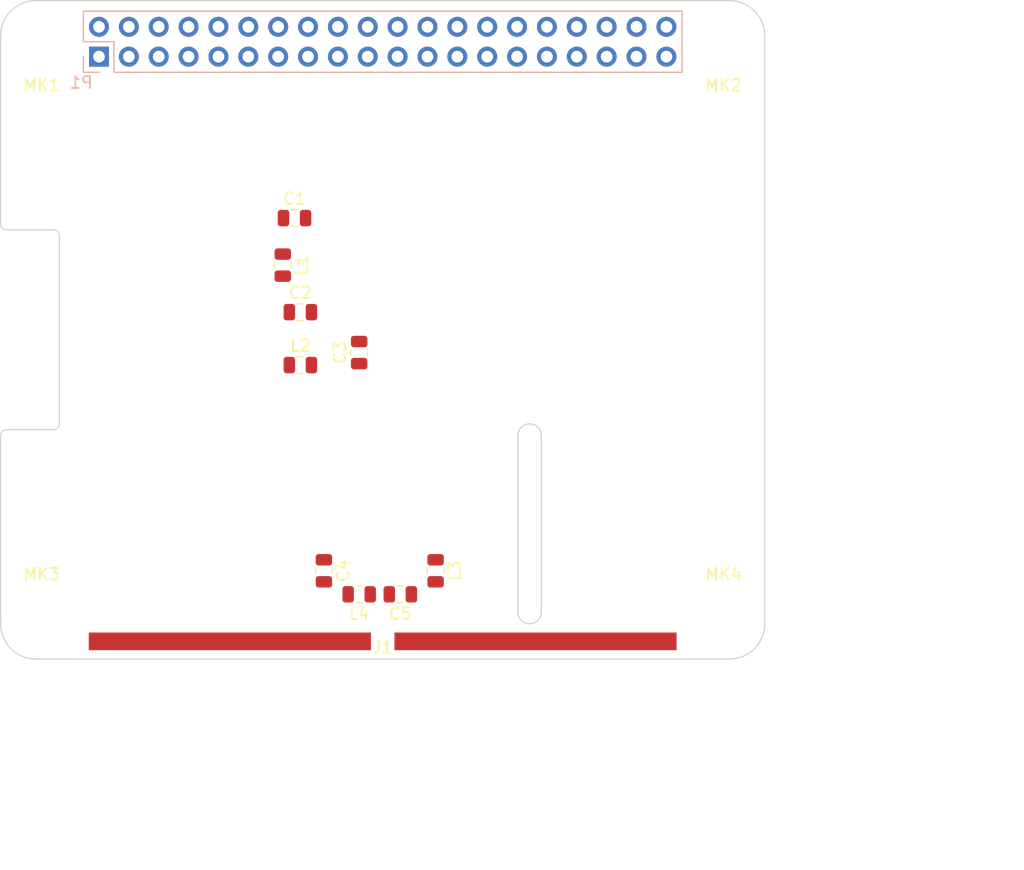
<source format=kicad_pcb>
(kicad_pcb (version 20171130) (host pcbnew 5.0.2+dfsg1-1~bpo9+1)

  (general
    (thickness 1.6)
    (drawings 39)
    (tracks 0)
    (zones 0)
    (modules 15)
    (nets 36)
  )

  (page A3)
  (title_block
    (date "15 nov 2012")
  )

  (layers
    (0 F.Cu signal)
    (31 B.Cu signal)
    (32 B.Adhes user)
    (33 F.Adhes user)
    (34 B.Paste user)
    (35 F.Paste user)
    (36 B.SilkS user)
    (37 F.SilkS user)
    (38 B.Mask user)
    (39 F.Mask user)
    (40 Dwgs.User user)
    (41 Cmts.User user)
    (42 Eco1.User user)
    (43 Eco2.User user)
    (44 Edge.Cuts user)
  )

  (setup
    (last_trace_width 0.2)
    (trace_clearance 0.2)
    (zone_clearance 0.508)
    (zone_45_only no)
    (trace_min 0.1524)
    (segment_width 0.1)
    (edge_width 0.1)
    (via_size 0.9)
    (via_drill 0.6)
    (via_min_size 0.8)
    (via_min_drill 0.5)
    (uvia_size 0.5)
    (uvia_drill 0.1)
    (uvias_allowed no)
    (uvia_min_size 0.5)
    (uvia_min_drill 0.1)
    (pcb_text_width 0.3)
    (pcb_text_size 1 1)
    (mod_edge_width 0.15)
    (mod_text_size 1 1)
    (mod_text_width 0.15)
    (pad_size 2.5 2.5)
    (pad_drill 2.5)
    (pad_to_mask_clearance 0)
    (solder_mask_min_width 0.25)
    (aux_axis_origin 200 150)
    (grid_origin 200 150)
    (visible_elements 7FFFFFFF)
    (pcbplotparams
      (layerselection 0x00030_80000001)
      (usegerberextensions true)
      (usegerberattributes false)
      (usegerberadvancedattributes false)
      (creategerberjobfile false)
      (excludeedgelayer true)
      (linewidth 0.150000)
      (plotframeref false)
      (viasonmask false)
      (mode 1)
      (useauxorigin false)
      (hpglpennumber 1)
      (hpglpenspeed 20)
      (hpglpendiameter 15.000000)
      (psnegative false)
      (psa4output false)
      (plotreference true)
      (plotvalue true)
      (plotinvisibletext false)
      (padsonsilk false)
      (subtractmaskfromsilk false)
      (outputformat 1)
      (mirror false)
      (drillshape 1)
      (scaleselection 1)
      (outputdirectory ""))
  )

  (net 0 "")
  (net 1 +3V3)
  (net 2 +5V)
  (net 3 GND)
  (net 4 /ID_SD)
  (net 5 /ID_SC)
  (net 6 /GPIO5)
  (net 7 /GPIO6)
  (net 8 /GPIO26)
  (net 9 "/GPIO2(SDA1)")
  (net 10 "/GPIO3(SCL1)")
  (net 11 "/GPIO4(GCLK)")
  (net 12 "/GPIO14(TXD0)")
  (net 13 "/GPIO15(RXD0)")
  (net 14 "/GPIO17(GEN0)")
  (net 15 "/GPIO27(GEN2)")
  (net 16 "/GPIO22(GEN3)")
  (net 17 "/GPIO23(GEN4)")
  (net 18 "/GPIO24(GEN5)")
  (net 19 "/GPIO25(GEN6)")
  (net 20 "/GPIO18(GEN1)(PWM0)")
  (net 21 "/GPIO10(SPI0_MOSI)")
  (net 22 "/GPIO9(SPI0_MISO)")
  (net 23 "/GPIO11(SPI0_SCK)")
  (net 24 "/GPIO8(SPI0_CE_N)")
  (net 25 "/GPIO7(SPI1_CE_N)")
  (net 26 "/GPIO12(PWM0)")
  (net 27 "/GPIO13(PWM1)")
  (net 28 "/GPIO19(SPI1_MISO)")
  (net 29 /GPIO16)
  (net 30 "/GPIO20(SPI1_MOSI)")
  (net 31 "/GPIO21(SPI1_SCK)")
  (net 32 "Net-(C2-Pad1)")
  (net 33 "Net-(C3-Pad1)")
  (net 34 "Net-(C4-Pad2)")
  (net 35 "Net-(C5-Pad1)")

  (net_class Default "This is the default net class."
    (clearance 0.2)
    (trace_width 0.2)
    (via_dia 0.9)
    (via_drill 0.6)
    (uvia_dia 0.5)
    (uvia_drill 0.1)
    (add_net +3V3)
    (add_net +5V)
    (add_net "/GPIO10(SPI0_MOSI)")
    (add_net "/GPIO11(SPI0_SCK)")
    (add_net "/GPIO12(PWM0)")
    (add_net "/GPIO13(PWM1)")
    (add_net "/GPIO14(TXD0)")
    (add_net "/GPIO15(RXD0)")
    (add_net /GPIO16)
    (add_net "/GPIO17(GEN0)")
    (add_net "/GPIO18(GEN1)(PWM0)")
    (add_net "/GPIO19(SPI1_MISO)")
    (add_net "/GPIO2(SDA1)")
    (add_net "/GPIO20(SPI1_MOSI)")
    (add_net "/GPIO21(SPI1_SCK)")
    (add_net "/GPIO22(GEN3)")
    (add_net "/GPIO23(GEN4)")
    (add_net "/GPIO24(GEN5)")
    (add_net "/GPIO25(GEN6)")
    (add_net /GPIO26)
    (add_net "/GPIO27(GEN2)")
    (add_net "/GPIO3(SCL1)")
    (add_net "/GPIO4(GCLK)")
    (add_net /GPIO5)
    (add_net /GPIO6)
    (add_net "/GPIO7(SPI1_CE_N)")
    (add_net "/GPIO8(SPI0_CE_N)")
    (add_net "/GPIO9(SPI0_MISO)")
    (add_net /ID_SC)
    (add_net /ID_SD)
    (add_net GND)
    (add_net "Net-(C2-Pad1)")
    (add_net "Net-(C3-Pad1)")
    (add_net "Net-(C4-Pad2)")
    (add_net "Net-(C5-Pad1)")
  )

  (net_class Power ""
    (clearance 0.2)
    (trace_width 0.5)
    (via_dia 1)
    (via_drill 0.7)
    (uvia_dia 0.5)
    (uvia_drill 0.1)
  )

  (module Connector_PinSocket_2.54mm:PinSocket_2x20_P2.54mm_Vertical (layer B.Cu) (tedit 5A19A433) (tstamp 5A793E9F)
    (at 208.37 98.77 270)
    (descr "Through hole straight socket strip, 2x20, 2.54mm pitch, double cols (from Kicad 4.0.7), script generated")
    (tags "Through hole socket strip THT 2x20 2.54mm double row")
    (path /59AD464A)
    (fp_text reference P1 (at 2.208 1.512) (layer B.SilkS)
      (effects (font (size 1 1) (thickness 0.15)) (justify mirror))
    )
    (fp_text value Conn_02x20_Odd_Even (at -1.27 -51.03 270) (layer B.Fab)
      (effects (font (size 1 1) (thickness 0.15)) (justify mirror))
    )
    (fp_line (start -3.81 1.27) (end 0.27 1.27) (layer B.Fab) (width 0.1))
    (fp_line (start 0.27 1.27) (end 1.27 0.27) (layer B.Fab) (width 0.1))
    (fp_line (start 1.27 0.27) (end 1.27 -49.53) (layer B.Fab) (width 0.1))
    (fp_line (start 1.27 -49.53) (end -3.81 -49.53) (layer B.Fab) (width 0.1))
    (fp_line (start -3.81 -49.53) (end -3.81 1.27) (layer B.Fab) (width 0.1))
    (fp_line (start -3.87 1.33) (end -1.27 1.33) (layer B.SilkS) (width 0.12))
    (fp_line (start -3.87 1.33) (end -3.87 -49.59) (layer B.SilkS) (width 0.12))
    (fp_line (start -3.87 -49.59) (end 1.33 -49.59) (layer B.SilkS) (width 0.12))
    (fp_line (start 1.33 -1.27) (end 1.33 -49.59) (layer B.SilkS) (width 0.12))
    (fp_line (start -1.27 -1.27) (end 1.33 -1.27) (layer B.SilkS) (width 0.12))
    (fp_line (start -1.27 1.33) (end -1.27 -1.27) (layer B.SilkS) (width 0.12))
    (fp_line (start 1.33 1.33) (end 1.33 0) (layer B.SilkS) (width 0.12))
    (fp_line (start 0 1.33) (end 1.33 1.33) (layer B.SilkS) (width 0.12))
    (fp_line (start -4.34 1.8) (end 1.76 1.8) (layer B.CrtYd) (width 0.05))
    (fp_line (start 1.76 1.8) (end 1.76 -50) (layer B.CrtYd) (width 0.05))
    (fp_line (start 1.76 -50) (end -4.34 -50) (layer B.CrtYd) (width 0.05))
    (fp_line (start -4.34 -50) (end -4.34 1.8) (layer B.CrtYd) (width 0.05))
    (fp_text user %R (at -1.27 -24.13 180) (layer B.Fab)
      (effects (font (size 1 1) (thickness 0.15)) (justify mirror))
    )
    (pad 1 thru_hole rect (at 0 0 270) (size 1.7 1.7) (drill 1) (layers *.Cu *.Mask)
      (net 1 +3V3))
    (pad 2 thru_hole oval (at -2.54 0 270) (size 1.7 1.7) (drill 1) (layers *.Cu *.Mask)
      (net 2 +5V))
    (pad 3 thru_hole oval (at 0 -2.54 270) (size 1.7 1.7) (drill 1) (layers *.Cu *.Mask)
      (net 9 "/GPIO2(SDA1)"))
    (pad 4 thru_hole oval (at -2.54 -2.54 270) (size 1.7 1.7) (drill 1) (layers *.Cu *.Mask)
      (net 2 +5V))
    (pad 5 thru_hole oval (at 0 -5.08 270) (size 1.7 1.7) (drill 1) (layers *.Cu *.Mask)
      (net 10 "/GPIO3(SCL1)"))
    (pad 6 thru_hole oval (at -2.54 -5.08 270) (size 1.7 1.7) (drill 1) (layers *.Cu *.Mask)
      (net 3 GND))
    (pad 7 thru_hole oval (at 0 -7.62 270) (size 1.7 1.7) (drill 1) (layers *.Cu *.Mask)
      (net 11 "/GPIO4(GCLK)"))
    (pad 8 thru_hole oval (at -2.54 -7.62 270) (size 1.7 1.7) (drill 1) (layers *.Cu *.Mask)
      (net 12 "/GPIO14(TXD0)"))
    (pad 9 thru_hole oval (at 0 -10.16 270) (size 1.7 1.7) (drill 1) (layers *.Cu *.Mask)
      (net 3 GND))
    (pad 10 thru_hole oval (at -2.54 -10.16 270) (size 1.7 1.7) (drill 1) (layers *.Cu *.Mask)
      (net 13 "/GPIO15(RXD0)"))
    (pad 11 thru_hole oval (at 0 -12.7 270) (size 1.7 1.7) (drill 1) (layers *.Cu *.Mask)
      (net 14 "/GPIO17(GEN0)"))
    (pad 12 thru_hole oval (at -2.54 -12.7 270) (size 1.7 1.7) (drill 1) (layers *.Cu *.Mask)
      (net 20 "/GPIO18(GEN1)(PWM0)"))
    (pad 13 thru_hole oval (at 0 -15.24 270) (size 1.7 1.7) (drill 1) (layers *.Cu *.Mask)
      (net 15 "/GPIO27(GEN2)"))
    (pad 14 thru_hole oval (at -2.54 -15.24 270) (size 1.7 1.7) (drill 1) (layers *.Cu *.Mask)
      (net 3 GND))
    (pad 15 thru_hole oval (at 0 -17.78 270) (size 1.7 1.7) (drill 1) (layers *.Cu *.Mask)
      (net 16 "/GPIO22(GEN3)"))
    (pad 16 thru_hole oval (at -2.54 -17.78 270) (size 1.7 1.7) (drill 1) (layers *.Cu *.Mask)
      (net 17 "/GPIO23(GEN4)"))
    (pad 17 thru_hole oval (at 0 -20.32 270) (size 1.7 1.7) (drill 1) (layers *.Cu *.Mask)
      (net 1 +3V3))
    (pad 18 thru_hole oval (at -2.54 -20.32 270) (size 1.7 1.7) (drill 1) (layers *.Cu *.Mask)
      (net 18 "/GPIO24(GEN5)"))
    (pad 19 thru_hole oval (at 0 -22.86 270) (size 1.7 1.7) (drill 1) (layers *.Cu *.Mask)
      (net 21 "/GPIO10(SPI0_MOSI)"))
    (pad 20 thru_hole oval (at -2.54 -22.86 270) (size 1.7 1.7) (drill 1) (layers *.Cu *.Mask)
      (net 3 GND))
    (pad 21 thru_hole oval (at 0 -25.4 270) (size 1.7 1.7) (drill 1) (layers *.Cu *.Mask)
      (net 22 "/GPIO9(SPI0_MISO)"))
    (pad 22 thru_hole oval (at -2.54 -25.4 270) (size 1.7 1.7) (drill 1) (layers *.Cu *.Mask)
      (net 19 "/GPIO25(GEN6)"))
    (pad 23 thru_hole oval (at 0 -27.94 270) (size 1.7 1.7) (drill 1) (layers *.Cu *.Mask)
      (net 23 "/GPIO11(SPI0_SCK)"))
    (pad 24 thru_hole oval (at -2.54 -27.94 270) (size 1.7 1.7) (drill 1) (layers *.Cu *.Mask)
      (net 24 "/GPIO8(SPI0_CE_N)"))
    (pad 25 thru_hole oval (at 0 -30.48 270) (size 1.7 1.7) (drill 1) (layers *.Cu *.Mask)
      (net 3 GND))
    (pad 26 thru_hole oval (at -2.54 -30.48 270) (size 1.7 1.7) (drill 1) (layers *.Cu *.Mask)
      (net 25 "/GPIO7(SPI1_CE_N)"))
    (pad 27 thru_hole oval (at 0 -33.02 270) (size 1.7 1.7) (drill 1) (layers *.Cu *.Mask)
      (net 4 /ID_SD))
    (pad 28 thru_hole oval (at -2.54 -33.02 270) (size 1.7 1.7) (drill 1) (layers *.Cu *.Mask)
      (net 5 /ID_SC))
    (pad 29 thru_hole oval (at 0 -35.56 270) (size 1.7 1.7) (drill 1) (layers *.Cu *.Mask)
      (net 6 /GPIO5))
    (pad 30 thru_hole oval (at -2.54 -35.56 270) (size 1.7 1.7) (drill 1) (layers *.Cu *.Mask)
      (net 3 GND))
    (pad 31 thru_hole oval (at 0 -38.1 270) (size 1.7 1.7) (drill 1) (layers *.Cu *.Mask)
      (net 7 /GPIO6))
    (pad 32 thru_hole oval (at -2.54 -38.1 270) (size 1.7 1.7) (drill 1) (layers *.Cu *.Mask)
      (net 26 "/GPIO12(PWM0)"))
    (pad 33 thru_hole oval (at 0 -40.64 270) (size 1.7 1.7) (drill 1) (layers *.Cu *.Mask)
      (net 27 "/GPIO13(PWM1)"))
    (pad 34 thru_hole oval (at -2.54 -40.64 270) (size 1.7 1.7) (drill 1) (layers *.Cu *.Mask)
      (net 3 GND))
    (pad 35 thru_hole oval (at 0 -43.18 270) (size 1.7 1.7) (drill 1) (layers *.Cu *.Mask)
      (net 28 "/GPIO19(SPI1_MISO)"))
    (pad 36 thru_hole oval (at -2.54 -43.18 270) (size 1.7 1.7) (drill 1) (layers *.Cu *.Mask)
      (net 29 /GPIO16))
    (pad 37 thru_hole oval (at 0 -45.72 270) (size 1.7 1.7) (drill 1) (layers *.Cu *.Mask)
      (net 8 /GPIO26))
    (pad 38 thru_hole oval (at -2.54 -45.72 270) (size 1.7 1.7) (drill 1) (layers *.Cu *.Mask)
      (net 30 "/GPIO20(SPI1_MOSI)"))
    (pad 39 thru_hole oval (at 0 -48.26 270) (size 1.7 1.7) (drill 1) (layers *.Cu *.Mask)
      (net 3 GND))
    (pad 40 thru_hole oval (at -2.54 -48.26 270) (size 1.7 1.7) (drill 1) (layers *.Cu *.Mask)
      (net 31 "/GPIO21(SPI1_SCK)"))
    (model ${KISYS3DMOD}/Connector_PinSocket_2.54mm.3dshapes/PinSocket_2x20_P2.54mm_Vertical.wrl
      (at (xyz 0 0 0))
      (scale (xyz 1 1 1))
      (rotate (xyz 0 0 0))
    )
  )

  (module MountingHole:MountingHole_2.7mm_M2.5 (layer F.Cu) (tedit 56D1B4CB) (tstamp 5A793E98)
    (at 261.5 146.5)
    (descr "Mounting Hole 2.7mm, no annular, M2.5")
    (tags "mounting hole 2.7mm no annular m2.5")
    (path /5834FC4F)
    (attr virtual)
    (fp_text reference MK4 (at 0 -3.7) (layer F.SilkS)
      (effects (font (size 1 1) (thickness 0.15)))
    )
    (fp_text value M2.5 (at 0 3.7) (layer F.Fab)
      (effects (font (size 1 1) (thickness 0.15)))
    )
    (fp_circle (center 0 0) (end 2.95 0) (layer F.CrtYd) (width 0.05))
    (fp_circle (center 0 0) (end 2.7 0) (layer Cmts.User) (width 0.15))
    (fp_text user %R (at 0.3 0) (layer F.Fab)
      (effects (font (size 1 1) (thickness 0.15)))
    )
    (pad 1 np_thru_hole circle (at 0 0) (size 2.7 2.7) (drill 2.7) (layers *.Cu *.Mask))
  )

  (module MountingHole:MountingHole_2.7mm_M2.5 (layer F.Cu) (tedit 56D1B4CB) (tstamp 5A793E91)
    (at 203.5 146.5)
    (descr "Mounting Hole 2.7mm, no annular, M2.5")
    (tags "mounting hole 2.7mm no annular m2.5")
    (path /5834FBEF)
    (attr virtual)
    (fp_text reference MK3 (at 0 -3.7) (layer F.SilkS)
      (effects (font (size 1 1) (thickness 0.15)))
    )
    (fp_text value M2.5 (at 0 3.7) (layer F.Fab)
      (effects (font (size 1 1) (thickness 0.15)))
    )
    (fp_text user %R (at 0.3 0) (layer F.Fab)
      (effects (font (size 1 1) (thickness 0.15)))
    )
    (fp_circle (center 0 0) (end 2.7 0) (layer Cmts.User) (width 0.15))
    (fp_circle (center 0 0) (end 2.95 0) (layer F.CrtYd) (width 0.05))
    (pad 1 np_thru_hole circle (at 0 0) (size 2.7 2.7) (drill 2.7) (layers *.Cu *.Mask))
  )

  (module MountingHole:MountingHole_2.7mm_M2.5 (layer F.Cu) (tedit 56D1B4CB) (tstamp 5A793E8A)
    (at 261.5 97.5 180)
    (descr "Mounting Hole 2.7mm, no annular, M2.5")
    (tags "mounting hole 2.7mm no annular m2.5")
    (path /5834FC19)
    (attr virtual)
    (fp_text reference MK2 (at 0 -3.7 180) (layer F.SilkS)
      (effects (font (size 1 1) (thickness 0.15)))
    )
    (fp_text value M2.5 (at 0 3.7 180) (layer F.Fab)
      (effects (font (size 1 1) (thickness 0.15)))
    )
    (fp_circle (center 0 0) (end 2.95 0) (layer F.CrtYd) (width 0.05))
    (fp_circle (center 0 0) (end 2.7 0) (layer Cmts.User) (width 0.15))
    (fp_text user %R (at 0.3 0 180) (layer F.Fab)
      (effects (font (size 1 1) (thickness 0.15)))
    )
    (pad 1 np_thru_hole circle (at 0 0 180) (size 2.7 2.7) (drill 2.7) (layers *.Cu *.Mask))
  )

  (module MountingHole:MountingHole_2.7mm_M2.5 (layer F.Cu) (tedit 56D1B4CB) (tstamp 5A793E83)
    (at 203.5 97.5 180)
    (descr "Mounting Hole 2.7mm, no annular, M2.5")
    (tags "mounting hole 2.7mm no annular m2.5")
    (path /5834FB2E)
    (attr virtual)
    (fp_text reference MK1 (at 0 -3.7 180) (layer F.SilkS)
      (effects (font (size 1 1) (thickness 0.15)))
    )
    (fp_text value M2.5 (at 0 3.7 180) (layer F.Fab)
      (effects (font (size 1 1) (thickness 0.15)))
    )
    (fp_text user %R (at 0.3 0 180) (layer F.Fab)
      (effects (font (size 1 1) (thickness 0.15)))
    )
    (fp_circle (center 0 0) (end 2.7 0) (layer Cmts.User) (width 0.15))
    (fp_circle (center 0 0) (end 2.95 0) (layer F.CrtYd) (width 0.05))
    (pad 1 np_thru_hole circle (at 0 0 180) (size 2.7 2.7) (drill 2.7) (layers *.Cu *.Mask))
  )

  (module Capacitor_SMD:C_0805_2012Metric (layer F.Cu) (tedit 5B36C52B) (tstamp 5C7EAC98)
    (at 225 112.5)
    (descr "Capacitor SMD 0805 (2012 Metric), square (rectangular) end terminal, IPC_7351 nominal, (Body size source: https://docs.google.com/spreadsheets/d/1BsfQQcO9C6DZCsRaXUlFlo91Tg2WpOkGARC1WS5S8t0/edit?usp=sharing), generated with kicad-footprint-generator")
    (tags capacitor)
    (path /5C6A3834)
    (attr smd)
    (fp_text reference C1 (at 0 -1.65) (layer F.SilkS)
      (effects (font (size 1 1) (thickness 0.15)))
    )
    (fp_text value 5p9 (at 0 1.65) (layer F.Fab)
      (effects (font (size 1 1) (thickness 0.15)))
    )
    (fp_line (start -1 0.6) (end -1 -0.6) (layer F.Fab) (width 0.1))
    (fp_line (start -1 -0.6) (end 1 -0.6) (layer F.Fab) (width 0.1))
    (fp_line (start 1 -0.6) (end 1 0.6) (layer F.Fab) (width 0.1))
    (fp_line (start 1 0.6) (end -1 0.6) (layer F.Fab) (width 0.1))
    (fp_line (start -0.258578 -0.71) (end 0.258578 -0.71) (layer F.SilkS) (width 0.12))
    (fp_line (start -0.258578 0.71) (end 0.258578 0.71) (layer F.SilkS) (width 0.12))
    (fp_line (start -1.68 0.95) (end -1.68 -0.95) (layer F.CrtYd) (width 0.05))
    (fp_line (start -1.68 -0.95) (end 1.68 -0.95) (layer F.CrtYd) (width 0.05))
    (fp_line (start 1.68 -0.95) (end 1.68 0.95) (layer F.CrtYd) (width 0.05))
    (fp_line (start 1.68 0.95) (end -1.68 0.95) (layer F.CrtYd) (width 0.05))
    (fp_text user %R (at 0 0) (layer F.Fab)
      (effects (font (size 0.5 0.5) (thickness 0.08)))
    )
    (pad 1 smd roundrect (at -0.9375 0) (size 0.975 1.4) (layers F.Cu F.Paste F.Mask) (roundrect_rratio 0.25)
      (net 11 "/GPIO4(GCLK)"))
    (pad 2 smd roundrect (at 0.9375 0) (size 0.975 1.4) (layers F.Cu F.Paste F.Mask) (roundrect_rratio 0.25)
      (net 3 GND))
    (model ${KISYS3DMOD}/Capacitor_SMD.3dshapes/C_0805_2012Metric.wrl
      (at (xyz 0 0 0))
      (scale (xyz 1 1 1))
      (rotate (xyz 0 0 0))
    )
  )

  (module Capacitor_SMD:C_0805_2012Metric (layer F.Cu) (tedit 5B36C52B) (tstamp 5C7EACA9)
    (at 225.5 120.5)
    (descr "Capacitor SMD 0805 (2012 Metric), square (rectangular) end terminal, IPC_7351 nominal, (Body size source: https://docs.google.com/spreadsheets/d/1BsfQQcO9C6DZCsRaXUlFlo91Tg2WpOkGARC1WS5S8t0/edit?usp=sharing), generated with kicad-footprint-generator")
    (tags capacitor)
    (path /5C6A383B)
    (attr smd)
    (fp_text reference C2 (at 0 -1.65) (layer F.SilkS)
      (effects (font (size 1 1) (thickness 0.15)))
    )
    (fp_text value 10p2 (at 0 1.65) (layer F.Fab)
      (effects (font (size 1 1) (thickness 0.15)))
    )
    (fp_text user %R (at 0 0) (layer F.Fab)
      (effects (font (size 0.5 0.5) (thickness 0.08)))
    )
    (fp_line (start 1.68 0.95) (end -1.68 0.95) (layer F.CrtYd) (width 0.05))
    (fp_line (start 1.68 -0.95) (end 1.68 0.95) (layer F.CrtYd) (width 0.05))
    (fp_line (start -1.68 -0.95) (end 1.68 -0.95) (layer F.CrtYd) (width 0.05))
    (fp_line (start -1.68 0.95) (end -1.68 -0.95) (layer F.CrtYd) (width 0.05))
    (fp_line (start -0.258578 0.71) (end 0.258578 0.71) (layer F.SilkS) (width 0.12))
    (fp_line (start -0.258578 -0.71) (end 0.258578 -0.71) (layer F.SilkS) (width 0.12))
    (fp_line (start 1 0.6) (end -1 0.6) (layer F.Fab) (width 0.1))
    (fp_line (start 1 -0.6) (end 1 0.6) (layer F.Fab) (width 0.1))
    (fp_line (start -1 -0.6) (end 1 -0.6) (layer F.Fab) (width 0.1))
    (fp_line (start -1 0.6) (end -1 -0.6) (layer F.Fab) (width 0.1))
    (pad 2 smd roundrect (at 0.9375 0) (size 0.975 1.4) (layers F.Cu F.Paste F.Mask) (roundrect_rratio 0.25)
      (net 3 GND))
    (pad 1 smd roundrect (at -0.9375 0) (size 0.975 1.4) (layers F.Cu F.Paste F.Mask) (roundrect_rratio 0.25)
      (net 32 "Net-(C2-Pad1)"))
    (model ${KISYS3DMOD}/Capacitor_SMD.3dshapes/C_0805_2012Metric.wrl
      (at (xyz 0 0 0))
      (scale (xyz 1 1 1))
      (rotate (xyz 0 0 0))
    )
  )

  (module Capacitor_SMD:C_0805_2012Metric (layer F.Cu) (tedit 5B36C52B) (tstamp 5C7EACBA)
    (at 230.5 123.9375 90)
    (descr "Capacitor SMD 0805 (2012 Metric), square (rectangular) end terminal, IPC_7351 nominal, (Body size source: https://docs.google.com/spreadsheets/d/1BsfQQcO9C6DZCsRaXUlFlo91Tg2WpOkGARC1WS5S8t0/edit?usp=sharing), generated with kicad-footprint-generator")
    (tags capacitor)
    (path /5C6A3842)
    (attr smd)
    (fp_text reference C3 (at 0 -1.65 90) (layer F.SilkS)
      (effects (font (size 1 1) (thickness 0.15)))
    )
    (fp_text value 5p9 (at 0 1.65 90) (layer F.Fab)
      (effects (font (size 1 1) (thickness 0.15)))
    )
    (fp_line (start -1 0.6) (end -1 -0.6) (layer F.Fab) (width 0.1))
    (fp_line (start -1 -0.6) (end 1 -0.6) (layer F.Fab) (width 0.1))
    (fp_line (start 1 -0.6) (end 1 0.6) (layer F.Fab) (width 0.1))
    (fp_line (start 1 0.6) (end -1 0.6) (layer F.Fab) (width 0.1))
    (fp_line (start -0.258578 -0.71) (end 0.258578 -0.71) (layer F.SilkS) (width 0.12))
    (fp_line (start -0.258578 0.71) (end 0.258578 0.71) (layer F.SilkS) (width 0.12))
    (fp_line (start -1.68 0.95) (end -1.68 -0.95) (layer F.CrtYd) (width 0.05))
    (fp_line (start -1.68 -0.95) (end 1.68 -0.95) (layer F.CrtYd) (width 0.05))
    (fp_line (start 1.68 -0.95) (end 1.68 0.95) (layer F.CrtYd) (width 0.05))
    (fp_line (start 1.68 0.95) (end -1.68 0.95) (layer F.CrtYd) (width 0.05))
    (fp_text user %R (at 0 0 90) (layer F.Fab)
      (effects (font (size 0.5 0.5) (thickness 0.08)))
    )
    (pad 1 smd roundrect (at -0.9375 0 90) (size 0.975 1.4) (layers F.Cu F.Paste F.Mask) (roundrect_rratio 0.25)
      (net 33 "Net-(C3-Pad1)"))
    (pad 2 smd roundrect (at 0.9375 0 90) (size 0.975 1.4) (layers F.Cu F.Paste F.Mask) (roundrect_rratio 0.25)
      (net 3 GND))
    (model ${KISYS3DMOD}/Capacitor_SMD.3dshapes/C_0805_2012Metric.wrl
      (at (xyz 0 0 0))
      (scale (xyz 1 1 1))
      (rotate (xyz 0 0 0))
    )
  )

  (module Capacitor_SMD:C_0805_2012Metric (layer F.Cu) (tedit 5B36C52B) (tstamp 5C7EACCB)
    (at 227.5 142.5 270)
    (descr "Capacitor SMD 0805 (2012 Metric), square (rectangular) end terminal, IPC_7351 nominal, (Body size source: https://docs.google.com/spreadsheets/d/1BsfQQcO9C6DZCsRaXUlFlo91Tg2WpOkGARC1WS5S8t0/edit?usp=sharing), generated with kicad-footprint-generator")
    (tags capacitor)
    (path /5C6A385E)
    (attr smd)
    (fp_text reference C4 (at 0 -1.65 270) (layer F.SilkS)
      (effects (font (size 1 1) (thickness 0.15)))
    )
    (fp_text value 8p95 (at 0 1.65 270) (layer F.Fab)
      (effects (font (size 1 1) (thickness 0.15)))
    )
    (fp_line (start -1 0.6) (end -1 -0.6) (layer F.Fab) (width 0.1))
    (fp_line (start -1 -0.6) (end 1 -0.6) (layer F.Fab) (width 0.1))
    (fp_line (start 1 -0.6) (end 1 0.6) (layer F.Fab) (width 0.1))
    (fp_line (start 1 0.6) (end -1 0.6) (layer F.Fab) (width 0.1))
    (fp_line (start -0.258578 -0.71) (end 0.258578 -0.71) (layer F.SilkS) (width 0.12))
    (fp_line (start -0.258578 0.71) (end 0.258578 0.71) (layer F.SilkS) (width 0.12))
    (fp_line (start -1.68 0.95) (end -1.68 -0.95) (layer F.CrtYd) (width 0.05))
    (fp_line (start -1.68 -0.95) (end 1.68 -0.95) (layer F.CrtYd) (width 0.05))
    (fp_line (start 1.68 -0.95) (end 1.68 0.95) (layer F.CrtYd) (width 0.05))
    (fp_line (start 1.68 0.95) (end -1.68 0.95) (layer F.CrtYd) (width 0.05))
    (fp_text user %R (at 0 0 270) (layer F.Fab)
      (effects (font (size 0.5 0.5) (thickness 0.08)))
    )
    (pad 1 smd roundrect (at -0.9375 0 270) (size 0.975 1.4) (layers F.Cu F.Paste F.Mask) (roundrect_rratio 0.25)
      (net 33 "Net-(C3-Pad1)"))
    (pad 2 smd roundrect (at 0.9375 0 270) (size 0.975 1.4) (layers F.Cu F.Paste F.Mask) (roundrect_rratio 0.25)
      (net 34 "Net-(C4-Pad2)"))
    (model ${KISYS3DMOD}/Capacitor_SMD.3dshapes/C_0805_2012Metric.wrl
      (at (xyz 0 0 0))
      (scale (xyz 1 1 1))
      (rotate (xyz 0 0 0))
    )
  )

  (module Capacitor_SMD:C_0805_2012Metric (layer F.Cu) (tedit 5B36C52B) (tstamp 5C7EACDC)
    (at 234 144.5 180)
    (descr "Capacitor SMD 0805 (2012 Metric), square (rectangular) end terminal, IPC_7351 nominal, (Body size source: https://docs.google.com/spreadsheets/d/1BsfQQcO9C6DZCsRaXUlFlo91Tg2WpOkGARC1WS5S8t0/edit?usp=sharing), generated with kicad-footprint-generator")
    (tags capacitor)
    (path /5C6A3857)
    (attr smd)
    (fp_text reference C5 (at 0 -1.65 180) (layer F.SilkS)
      (effects (font (size 1 1) (thickness 0.15)))
    )
    (fp_text value 8p95 (at 0 1.65 180) (layer F.Fab)
      (effects (font (size 1 1) (thickness 0.15)))
    )
    (fp_text user %R (at 0 0 180) (layer F.Fab)
      (effects (font (size 0.5 0.5) (thickness 0.08)))
    )
    (fp_line (start 1.68 0.95) (end -1.68 0.95) (layer F.CrtYd) (width 0.05))
    (fp_line (start 1.68 -0.95) (end 1.68 0.95) (layer F.CrtYd) (width 0.05))
    (fp_line (start -1.68 -0.95) (end 1.68 -0.95) (layer F.CrtYd) (width 0.05))
    (fp_line (start -1.68 0.95) (end -1.68 -0.95) (layer F.CrtYd) (width 0.05))
    (fp_line (start -0.258578 0.71) (end 0.258578 0.71) (layer F.SilkS) (width 0.12))
    (fp_line (start -0.258578 -0.71) (end 0.258578 -0.71) (layer F.SilkS) (width 0.12))
    (fp_line (start 1 0.6) (end -1 0.6) (layer F.Fab) (width 0.1))
    (fp_line (start 1 -0.6) (end 1 0.6) (layer F.Fab) (width 0.1))
    (fp_line (start -1 -0.6) (end 1 -0.6) (layer F.Fab) (width 0.1))
    (fp_line (start -1 0.6) (end -1 -0.6) (layer F.Fab) (width 0.1))
    (pad 2 smd roundrect (at 0.9375 0 180) (size 0.975 1.4) (layers F.Cu F.Paste F.Mask) (roundrect_rratio 0.25)
      (net 3 GND))
    (pad 1 smd roundrect (at -0.9375 0 180) (size 0.975 1.4) (layers F.Cu F.Paste F.Mask) (roundrect_rratio 0.25)
      (net 35 "Net-(C5-Pad1)"))
    (model ${KISYS3DMOD}/Capacitor_SMD.3dshapes/C_0805_2012Metric.wrl
      (at (xyz 0 0 0))
      (scale (xyz 1 1 1))
      (rotate (xyz 0 0 0))
    )
  )

  (module rpitx_lpf_balun_hat:rpitx_ant (layer F.Cu) (tedit 5C658E36) (tstamp 5C7EACE2)
    (at 232.5 148.5)
    (path /5C6A386F)
    (fp_text reference J1 (at 0 0.5) (layer F.SilkS)
      (effects (font (size 1 1) (thickness 0.15)))
    )
    (fp_text value ANT (at 0 -0.5) (layer F.Fab)
      (effects (font (size 1 1) (thickness 0.15)))
    )
    (pad 1 smd rect (at 13 0) (size 24 1.5) (layers F.Cu F.Paste F.Mask)
      (net 35 "Net-(C5-Pad1)"))
    (pad 2 smd rect (at -13 0) (size 24 1.5) (layers F.Cu F.Paste F.Mask)
      (net 34 "Net-(C4-Pad2)"))
  )

  (module Inductor_SMD:L_0805_2012Metric (layer F.Cu) (tedit 5B36C52B) (tstamp 5C7EACF3)
    (at 224 116.5 270)
    (descr "Inductor SMD 0805 (2012 Metric), square (rectangular) end terminal, IPC_7351 nominal, (Body size source: https://docs.google.com/spreadsheets/d/1BsfQQcO9C6DZCsRaXUlFlo91Tg2WpOkGARC1WS5S8t0/edit?usp=sharing), generated with kicad-footprint-generator")
    (tags inductor)
    (path /5C6A382D)
    (attr smd)
    (fp_text reference L1 (at 0 -1.65 270) (layer F.SilkS)
      (effects (font (size 1 1) (thickness 0.15)))
    )
    (fp_text value 300n (at 0 1.65 270) (layer F.Fab)
      (effects (font (size 1 1) (thickness 0.15)))
    )
    (fp_line (start -1 0.6) (end -1 -0.6) (layer F.Fab) (width 0.1))
    (fp_line (start -1 -0.6) (end 1 -0.6) (layer F.Fab) (width 0.1))
    (fp_line (start 1 -0.6) (end 1 0.6) (layer F.Fab) (width 0.1))
    (fp_line (start 1 0.6) (end -1 0.6) (layer F.Fab) (width 0.1))
    (fp_line (start -0.258578 -0.71) (end 0.258578 -0.71) (layer F.SilkS) (width 0.12))
    (fp_line (start -0.258578 0.71) (end 0.258578 0.71) (layer F.SilkS) (width 0.12))
    (fp_line (start -1.68 0.95) (end -1.68 -0.95) (layer F.CrtYd) (width 0.05))
    (fp_line (start -1.68 -0.95) (end 1.68 -0.95) (layer F.CrtYd) (width 0.05))
    (fp_line (start 1.68 -0.95) (end 1.68 0.95) (layer F.CrtYd) (width 0.05))
    (fp_line (start 1.68 0.95) (end -1.68 0.95) (layer F.CrtYd) (width 0.05))
    (fp_text user %R (at 0 0 270) (layer F.Fab)
      (effects (font (size 0.5 0.5) (thickness 0.08)))
    )
    (pad 1 smd roundrect (at -0.9375 0 270) (size 0.975 1.4) (layers F.Cu F.Paste F.Mask) (roundrect_rratio 0.25)
      (net 11 "/GPIO4(GCLK)"))
    (pad 2 smd roundrect (at 0.9375 0 270) (size 0.975 1.4) (layers F.Cu F.Paste F.Mask) (roundrect_rratio 0.25)
      (net 32 "Net-(C2-Pad1)"))
    (model ${KISYS3DMOD}/Inductor_SMD.3dshapes/L_0805_2012Metric.wrl
      (at (xyz 0 0 0))
      (scale (xyz 1 1 1))
      (rotate (xyz 0 0 0))
    )
  )

  (module Inductor_SMD:L_0805_2012Metric (layer F.Cu) (tedit 5B36C52B) (tstamp 5C7EAD04)
    (at 225.5 125)
    (descr "Inductor SMD 0805 (2012 Metric), square (rectangular) end terminal, IPC_7351 nominal, (Body size source: https://docs.google.com/spreadsheets/d/1BsfQQcO9C6DZCsRaXUlFlo91Tg2WpOkGARC1WS5S8t0/edit?usp=sharing), generated with kicad-footprint-generator")
    (tags inductor)
    (path /5C6A3849)
    (attr smd)
    (fp_text reference L2 (at 0 -1.65) (layer F.SilkS)
      (effects (font (size 1 1) (thickness 0.15)))
    )
    (fp_text value 300n (at 0 1.65) (layer F.Fab)
      (effects (font (size 1 1) (thickness 0.15)))
    )
    (fp_text user %R (at 0 0) (layer F.Fab)
      (effects (font (size 0.5 0.5) (thickness 0.08)))
    )
    (fp_line (start 1.68 0.95) (end -1.68 0.95) (layer F.CrtYd) (width 0.05))
    (fp_line (start 1.68 -0.95) (end 1.68 0.95) (layer F.CrtYd) (width 0.05))
    (fp_line (start -1.68 -0.95) (end 1.68 -0.95) (layer F.CrtYd) (width 0.05))
    (fp_line (start -1.68 0.95) (end -1.68 -0.95) (layer F.CrtYd) (width 0.05))
    (fp_line (start -0.258578 0.71) (end 0.258578 0.71) (layer F.SilkS) (width 0.12))
    (fp_line (start -0.258578 -0.71) (end 0.258578 -0.71) (layer F.SilkS) (width 0.12))
    (fp_line (start 1 0.6) (end -1 0.6) (layer F.Fab) (width 0.1))
    (fp_line (start 1 -0.6) (end 1 0.6) (layer F.Fab) (width 0.1))
    (fp_line (start -1 -0.6) (end 1 -0.6) (layer F.Fab) (width 0.1))
    (fp_line (start -1 0.6) (end -1 -0.6) (layer F.Fab) (width 0.1))
    (pad 2 smd roundrect (at 0.9375 0) (size 0.975 1.4) (layers F.Cu F.Paste F.Mask) (roundrect_rratio 0.25)
      (net 33 "Net-(C3-Pad1)"))
    (pad 1 smd roundrect (at -0.9375 0) (size 0.975 1.4) (layers F.Cu F.Paste F.Mask) (roundrect_rratio 0.25)
      (net 32 "Net-(C2-Pad1)"))
    (model ${KISYS3DMOD}/Inductor_SMD.3dshapes/L_0805_2012Metric.wrl
      (at (xyz 0 0 0))
      (scale (xyz 1 1 1))
      (rotate (xyz 0 0 0))
    )
  )

  (module Inductor_SMD:L_0805_2012Metric (layer F.Cu) (tedit 5B36C52B) (tstamp 5C7EAD15)
    (at 237 142.5 270)
    (descr "Inductor SMD 0805 (2012 Metric), square (rectangular) end terminal, IPC_7351 nominal, (Body size source: https://docs.google.com/spreadsheets/d/1BsfQQcO9C6DZCsRaXUlFlo91Tg2WpOkGARC1WS5S8t0/edit?usp=sharing), generated with kicad-footprint-generator")
    (tags inductor)
    (path /5C6A3850)
    (attr smd)
    (fp_text reference L3 (at 0 -1.65 270) (layer F.SilkS)
      (effects (font (size 1 1) (thickness 0.15)))
    )
    (fp_text value 135n (at 0 1.65 270) (layer F.Fab)
      (effects (font (size 1 1) (thickness 0.15)))
    )
    (fp_line (start -1 0.6) (end -1 -0.6) (layer F.Fab) (width 0.1))
    (fp_line (start -1 -0.6) (end 1 -0.6) (layer F.Fab) (width 0.1))
    (fp_line (start 1 -0.6) (end 1 0.6) (layer F.Fab) (width 0.1))
    (fp_line (start 1 0.6) (end -1 0.6) (layer F.Fab) (width 0.1))
    (fp_line (start -0.258578 -0.71) (end 0.258578 -0.71) (layer F.SilkS) (width 0.12))
    (fp_line (start -0.258578 0.71) (end 0.258578 0.71) (layer F.SilkS) (width 0.12))
    (fp_line (start -1.68 0.95) (end -1.68 -0.95) (layer F.CrtYd) (width 0.05))
    (fp_line (start -1.68 -0.95) (end 1.68 -0.95) (layer F.CrtYd) (width 0.05))
    (fp_line (start 1.68 -0.95) (end 1.68 0.95) (layer F.CrtYd) (width 0.05))
    (fp_line (start 1.68 0.95) (end -1.68 0.95) (layer F.CrtYd) (width 0.05))
    (fp_text user %R (at 0 0 270) (layer F.Fab)
      (effects (font (size 0.5 0.5) (thickness 0.08)))
    )
    (pad 1 smd roundrect (at -0.9375 0 270) (size 0.975 1.4) (layers F.Cu F.Paste F.Mask) (roundrect_rratio 0.25)
      (net 33 "Net-(C3-Pad1)"))
    (pad 2 smd roundrect (at 0.9375 0 270) (size 0.975 1.4) (layers F.Cu F.Paste F.Mask) (roundrect_rratio 0.25)
      (net 35 "Net-(C5-Pad1)"))
    (model ${KISYS3DMOD}/Inductor_SMD.3dshapes/L_0805_2012Metric.wrl
      (at (xyz 0 0 0))
      (scale (xyz 1 1 1))
      (rotate (xyz 0 0 0))
    )
  )

  (module Inductor_SMD:L_0805_2012Metric (layer F.Cu) (tedit 5B36C52B) (tstamp 5C7EAD26)
    (at 230.5 144.5 180)
    (descr "Inductor SMD 0805 (2012 Metric), square (rectangular) end terminal, IPC_7351 nominal, (Body size source: https://docs.google.com/spreadsheets/d/1BsfQQcO9C6DZCsRaXUlFlo91Tg2WpOkGARC1WS5S8t0/edit?usp=sharing), generated with kicad-footprint-generator")
    (tags inductor)
    (path /5C6A3865)
    (attr smd)
    (fp_text reference L4 (at 0 -1.65 180) (layer F.SilkS)
      (effects (font (size 1 1) (thickness 0.15)))
    )
    (fp_text value 135n (at 0 1.65 180) (layer F.Fab)
      (effects (font (size 1 1) (thickness 0.15)))
    )
    (fp_text user %R (at 0 0 180) (layer F.Fab)
      (effects (font (size 0.5 0.5) (thickness 0.08)))
    )
    (fp_line (start 1.68 0.95) (end -1.68 0.95) (layer F.CrtYd) (width 0.05))
    (fp_line (start 1.68 -0.95) (end 1.68 0.95) (layer F.CrtYd) (width 0.05))
    (fp_line (start -1.68 -0.95) (end 1.68 -0.95) (layer F.CrtYd) (width 0.05))
    (fp_line (start -1.68 0.95) (end -1.68 -0.95) (layer F.CrtYd) (width 0.05))
    (fp_line (start -0.258578 0.71) (end 0.258578 0.71) (layer F.SilkS) (width 0.12))
    (fp_line (start -0.258578 -0.71) (end 0.258578 -0.71) (layer F.SilkS) (width 0.12))
    (fp_line (start 1 0.6) (end -1 0.6) (layer F.Fab) (width 0.1))
    (fp_line (start 1 -0.6) (end 1 0.6) (layer F.Fab) (width 0.1))
    (fp_line (start -1 -0.6) (end 1 -0.6) (layer F.Fab) (width 0.1))
    (fp_line (start -1 0.6) (end -1 -0.6) (layer F.Fab) (width 0.1))
    (pad 2 smd roundrect (at 0.9375 0 180) (size 0.975 1.4) (layers F.Cu F.Paste F.Mask) (roundrect_rratio 0.25)
      (net 34 "Net-(C4-Pad2)"))
    (pad 1 smd roundrect (at -0.9375 0 180) (size 0.975 1.4) (layers F.Cu F.Paste F.Mask) (roundrect_rratio 0.25)
      (net 3 GND))
    (model ${KISYS3DMOD}/Inductor_SMD.3dshapes/L_0805_2012Metric.wrl
      (at (xyz 0 0 0))
      (scale (xyz 1 1 1))
      (rotate (xyz 0 0 0))
    )
  )

  (gr_line (start 244 146) (end 244 131) (layer Edge.Cuts) (width 0.1))
  (gr_line (start 246 131) (end 246 146) (layer Edge.Cuts) (width 0.1))
  (gr_arc (start 245 131) (end 244 131) (angle 180) (layer Edge.Cuts) (width 0.1))
  (gr_arc (start 245 146) (end 246 146) (angle 180) (layer Edge.Cuts) (width 0.1))
  (gr_arc (start 200.5 131) (end 200 131) (angle 89.9) (layer Edge.Cuts) (width 0.1))
  (gr_arc (start 204.5 130) (end 205 130) (angle 90) (layer Edge.Cuts) (width 0.1))
  (gr_arc (start 200.5 113) (end 200.5 113.5) (angle 90) (layer Edge.Cuts) (width 0.1))
  (gr_arc (start 204.5 114) (end 204.5 113.5) (angle 90) (layer Edge.Cuts) (width 0.1))
  (gr_line (start 200 113) (end 200 131) (layer Dwgs.User) (width 0.1))
  (gr_line (start 200 97) (end 200 113) (layer Edge.Cuts) (width 0.1))
  (gr_text DISPLAY (at 202.5 122 90) (layer Dwgs.User) (tstamp 580CBBFF)
    (effects (font (size 1 1) (thickness 0.15)))
  )
  (gr_text CAMERA (at 245 139 90) (layer Dwgs.User)
    (effects (font (size 1 1) (thickness 0.15)))
  )
  (gr_text RJ45 (at 276.2 139.84) (layer Dwgs.User) (tstamp 580CBBEB)
    (effects (font (size 2 2) (thickness 0.15)))
  )
  (gr_text USB (at 277.724 121.552) (layer Dwgs.User) (tstamp 580CBBE9)
    (effects (font (size 2 2) (thickness 0.15)))
  )
  (gr_text USB (at 278.232 102.248) (layer Dwgs.User)
    (effects (font (size 2 2) (thickness 0.15)))
  )
  (gr_arc (start 262 97) (end 262 94) (angle 90) (layer Edge.Cuts) (width 0.1))
  (gr_arc (start 262 147) (end 265 147) (angle 90) (layer Edge.Cuts) (width 0.1))
  (gr_arc (start 203 147) (end 203 150) (angle 90) (layer Edge.Cuts) (width 0.1))
  (gr_arc (start 203 97) (end 200 97) (angle 90) (layer Edge.Cuts) (width 0.1))
  (gr_line (start 269.9 114.45) (end 287 114.45) (layer Dwgs.User) (width 0.1))
  (gr_line (start 262 94) (end 203 94) (layer Edge.Cuts) (width 0.1))
  (gr_line (start 269.9 127.55) (end 269.9 114.45) (layer Dwgs.User) (width 0.1))
  (gr_line (start 287 127.55) (end 269.9 127.55) (layer Dwgs.User) (width 0.1))
  (gr_line (start 287 114.45) (end 287 127.55) (layer Dwgs.User) (width 0.1))
  (gr_line (start 204.5 130.5) (end 200.5 130.5) (layer Edge.Cuts) (width 0.1))
  (gr_line (start 205 114) (end 205 130) (layer Edge.Cuts) (width 0.1))
  (gr_line (start 200.5 113.5) (end 204.5 113.5) (layer Edge.Cuts) (width 0.1))
  (gr_line (start 266 147.675) (end 266 131.825) (layer Dwgs.User) (width 0.1))
  (gr_line (start 287 147.675) (end 266 147.675) (layer Dwgs.User) (width 0.1))
  (gr_line (start 287 131.825) (end 287 147.675) (layer Dwgs.User) (width 0.1))
  (gr_line (start 266 131.825) (end 287 131.825) (layer Dwgs.User) (width 0.1))
  (gr_line (start 265 147) (end 265 97) (layer Edge.Cuts) (width 0.1))
  (gr_line (start 203 150) (end 262 150) (layer Edge.Cuts) (width 0.1))
  (gr_line (start 200 131) (end 200 147) (layer Edge.Cuts) (width 0.1))
  (gr_line (start 269.9 109.455925) (end 269.9 96.355925) (layer Dwgs.User) (width 0.1))
  (gr_line (start 287 109.455925) (end 269.9 109.455925) (layer Dwgs.User) (width 0.1))
  (gr_line (start 287 96.355925) (end 287 109.455925) (layer Dwgs.User) (width 0.1))
  (gr_line (start 269.9 96.355925) (end 287 96.355925) (layer Dwgs.User) (width 0.1))
  (gr_text "RASPBERRY-PI 40-PIN ADDON BOARD\nVIEW FROM TOP\nNOTE: P1 SHOULD BE FITTED ON THE REVERSE OF THE BOARD\n\nADD EDGE CUTS FROM CAMERA AND DISPLAY PORTS AS REQUIRED" (at 200 160.16) (layer Dwgs.User)
    (effects (font (size 2 1.7) (thickness 0.12)) (justify left))
  )

)

</source>
